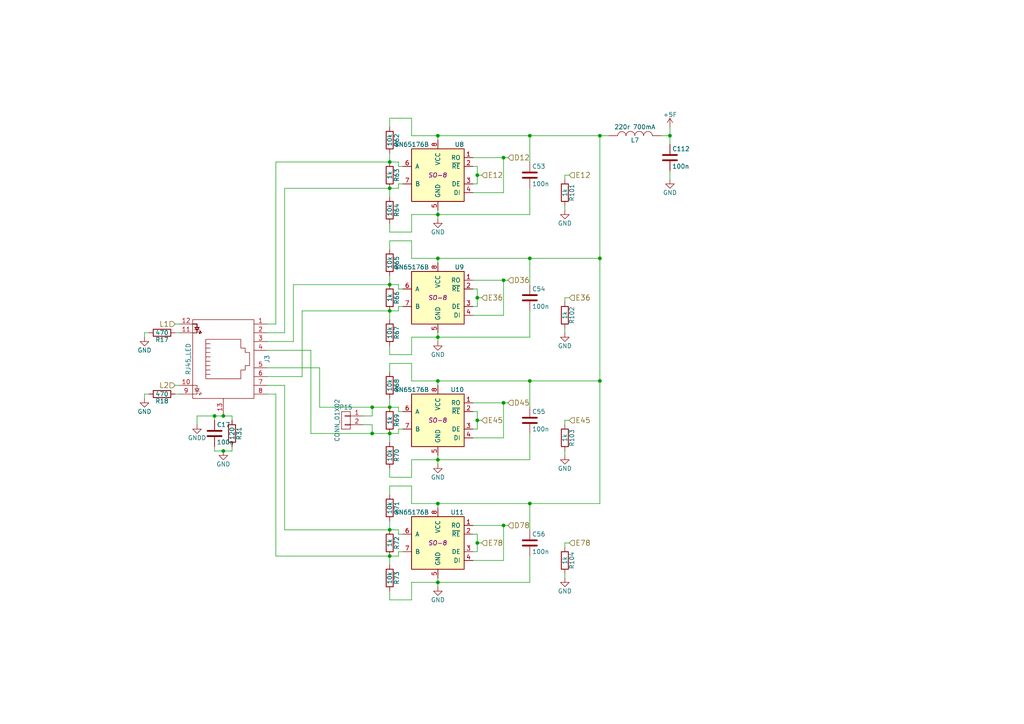
<source format=kicad_sch>
(kicad_sch (version 20231120) (generator "eeschema") (generator_version "8.0")
  (paper "A4")
  (lib_symbols
    (symbol "stmbl:+5F" (power) (pin_names (offset 0))
      (property "Value" "+5F" (at 0 3.556 0))
      (symbol "+5F_0_1"
        (polyline (pts (xy -0.762 1.27) (xy 0 2.54)))
        (polyline (pts (xy 0 0) (xy 0 2.54)))
        (polyline (pts (xy 0 2.54) (xy 0.762 1.27)))
      )
      (symbol "+5F_1_1"
        (pin power_in line (at 0 0 90) (length 0) hide (name "+5F") (number "1"))
      )
    )
    (symbol "stmbl:C" (pin_numbers hide) (pin_names (offset 0.254))
      (property "Reference" "C" (at 0.635 2.54 0))
      (property "Value" "C" (at 0.635 -2.54 0))
      (symbol "C_0_1"
        (polyline (pts (xy -2.032 -0.762) (xy 2.032 -0.762)) (stroke (width 0.508)))
        (polyline (pts (xy -2.032 0.762) (xy 2.032 0.762)) (stroke (width 0.508)))
      )
      (symbol "C_1_1"
        (pin passive line (at 0 3.81 270) (length 2.794) (name "~") (number "1"))
        (pin passive line (at 0 -3.81 90) (length 2.794) (name "~") (number "2"))
      )
    )
    (symbol "stmbl:CONN_01X02" (pin_names (offset 1.016) hide)
      (property "Reference" "P" (at 0 3.81 0))
      (property "Value" "CONN_01X02" (at 2.54 0 90))
      (symbol "CONN_01X02_0_1"
        (rectangle (start -1.27 -1.143) (end 0.254 -1.397))
        (rectangle (start -1.27 1.397) (end 0.254 1.143))
        (rectangle (start -1.27 2.54) (end 1.27 -2.54))
      )
      (symbol "CONN_01X02_1_1"
        (pin passive line (at -5.08 1.27 0) (length 3.81) (name "P1") (number "1"))
        (pin passive line (at -5.08 -1.27 0) (length 3.81) (name "P2") (number "2"))
      )
    )
    (symbol "stmbl:GND" (power) (pin_names (offset 0))
      (property "Value" "GND" (at 0 -3.81 0))
      (symbol "GND_0_1"
        (polyline (pts (xy 0 0) (xy 0 -1.27) (xy 1.27 -1.27) (xy 0 -2.54) (xy -1.27 -1.27) (xy 0 -1.27)))
      )
      (symbol "GND_1_1"
        (pin power_in line (at 0 0 270) (length 0) hide (name "GND") (number "1"))
      )
    )
    (symbol "stmbl:GNDD" (power) (pin_names (offset 0))
      (property "Value" "GNDD" (at 0 -3.81 0))
      (symbol "GNDD_0_1"
        (polyline (pts (xy 0 0) (xy 0 -1.27) (xy 1.27 -1.27) (xy 0 -2.54) (xy -1.27 -1.27) (xy 0 -1.27)))
      )
      (symbol "GNDD_1_1"
        (pin power_in line (at 0 0 270) (length 0) hide (name "GNDD") (number "1"))
      )
    )
    (symbol "stmbl:INDUCTOR" (pin_numbers hide) (pin_names (offset 1.016) hide)
      (property "Reference" "L" (at -1.27 0 90))
      (property "Value" "INDUCTOR" (at 2.54 0 90))
      (symbol "INDUCTOR_0_1"
        (arc (start 0.0254 -5.0546) (mid 1.2449 -3.8097) (end 0.0254 -2.54))
        (arc (start 0.0254 -2.5146) (mid 1.2703 -1.2444) (end 0.0254 0.0508))
        (arc (start 0.0254 0.0254) (mid 1.2703 1.2956) (end 0.0254 2.5908))
        (arc (start 0.0254 2.5654) (mid 1.1941 3.7595) (end 0.0254 4.9784))
      )
      (symbol "INDUCTOR_1_1"
        (pin passive line (at 0 7.62 270) (length 2.54) (name "1") (number "1"))
        (pin passive line (at 0 -7.62 90) (length 2.54) (name "2") (number "2"))
      )
    )
    (symbol "stmbl:R" (pin_numbers hide) (pin_names (offset 0))
      (property "Reference" "R" (at 2.032 0 90))
      (property "Value" "R" (at 0 0 90))
      (symbol "R_0_1"
        (rectangle (start -1.016 -2.54) (end 1.016 2.54) (stroke (width 0.254)))
      )
      (symbol "R_1_1"
        (pin passive line (at 0 3.81 270) (length 1.27) (name "~") (number "1"))
        (pin passive line (at 0 -3.81 90) (length 1.27) (name "~") (number "2"))
      )
    )
    (symbol "stmbl:RJ45_LED" (pin_names (offset 1.016))
      (property "Reference" "J" (at 0 -12.7 0))
      (property "Value" "RJ45_LED" (at 0 10.16 0))
      (symbol "RJ45_LED_0_1"
        (rectangle (start -11.43 -8.89) (end 11.43 8.89))
        (polyline (pts (xy 9.271 8.255) (xy 9.271 6.985)))
        (polyline (pts (xy -10.16 8.89) (xy -10.16 7.62) (xy -9.652 7.62)))
        (polyline (pts (xy -10.16 8.89) (xy -10.16 7.62) (xy -9.652 7.62)))
        (polyline (pts (xy -10.16 8.89) (xy -10.16 7.62) (xy -9.652 7.62)))
        (polyline (pts (xy -10.16 8.89) (xy -10.16 7.62) (xy -9.652 7.62)))
        (polyline (pts (xy -10.16 8.89) (xy -10.16 7.62) (xy -9.652 7.62)))
        (polyline (pts (xy -10.16 8.89) (xy -10.16 7.62) (xy -9.652 7.62)))
        (polyline (pts (xy -10.16 8.89) (xy -10.16 7.62) (xy -9.652 7.62)))
        (polyline (pts (xy -10.16 8.89) (xy -10.16 7.62) (xy -9.652 7.62)))
        (polyline (pts (xy -8.128 6.731) (xy -7.62 6.35) (xy -7.747 6.604)))
        (polyline (pts (xy -8.128 6.731) (xy -7.62 6.35) (xy -7.747 6.604)))
        (polyline (pts (xy -8.128 6.731) (xy -7.62 6.35) (xy -7.747 6.604)))
        (polyline (pts (xy -8.128 6.731) (xy -7.62 6.35) (xy -7.747 6.604)))
        (polyline (pts (xy -8.128 6.731) (xy -7.62 6.35) (xy -7.747 6.604)))
        (polyline (pts (xy -8.128 6.731) (xy -7.62 6.35) (xy -7.747 6.604)))
        (polyline (pts (xy -8.128 6.731) (xy -7.62 6.35) (xy -7.747 6.604)))
        (polyline (pts (xy -8.128 6.731) (xy -7.62 6.35) (xy -7.747 6.604)))
        (polyline (pts (xy -8.128 6.731) (xy -7.62 6.35) (xy -7.747 6.604)))
        (polyline (pts (xy -8.128 6.731) (xy -7.62 6.35) (xy -7.747 6.604)))
        (polyline (pts (xy -8.128 6.731) (xy -7.62 6.35) (xy -7.747 6.604)))
        (polyline (pts (xy -8.128 6.731) (xy -7.62 6.35) (xy -7.747 6.604)))
        (polyline (pts (xy -8.128 6.731) (xy -7.62 6.35) (xy -7.747 6.604)))
        (polyline (pts (xy -8.128 6.731) (xy -7.62 6.35) (xy -7.747 6.604)))
        (polyline (pts (xy -8.128 6.731) (xy -7.62 6.35) (xy -7.747 6.604)))
        (polyline (pts (xy -8.128 6.731) (xy -7.62 6.35) (xy -7.747 6.604)))
        (polyline (pts (xy -7.874 7.112) (xy -7.366 6.731) (xy -7.493 6.985)))
        (polyline (pts (xy -7.874 7.112) (xy -7.366 6.731) (xy -7.493 6.985)))
        (polyline (pts (xy -7.874 7.112) (xy -7.366 6.731) (xy -7.493 6.985)))
        (polyline (pts (xy -7.874 7.112) (xy -7.366 6.731) (xy -7.493 6.985)))
        (polyline (pts (xy -7.874 7.112) (xy -7.366 6.731) (xy -7.493 6.985)))
        (polyline (pts (xy -7.874 7.112) (xy -7.366 6.731) (xy -7.493 6.985)))
        (polyline (pts (xy -7.874 7.112) (xy -7.366 6.731) (xy -7.493 6.985)))
        (polyline (pts (xy -7.874 7.112) (xy -7.366 6.731) (xy -7.493 6.985)))
        (polyline (pts (xy -7.874 7.112) (xy -7.366 6.731) (xy -7.493 6.985)))
        (polyline (pts (xy -7.874 7.112) (xy -7.366 6.731) (xy -7.493 6.985)))
        (polyline (pts (xy -7.874 7.112) (xy -7.366 6.731) (xy -7.493 6.985)))
        (polyline (pts (xy -7.874 7.112) (xy -7.366 6.731) (xy -7.493 6.985)))
        (polyline (pts (xy -7.874 7.112) (xy -7.366 6.731) (xy -7.493 6.985)))
        (polyline (pts (xy -7.874 7.112) (xy -7.366 6.731) (xy -7.493 6.985)))
        (polyline (pts (xy -7.874 7.112) (xy -7.366 6.731) (xy -7.493 6.985)))
        (polyline (pts (xy -7.874 7.112) (xy -7.366 6.731) (xy -7.493 6.985)))
        (polyline (pts (xy -7.62 8.89) (xy -7.62 7.62) (xy -8.128 7.62)))
        (polyline (pts (xy -7.62 8.89) (xy -7.62 7.62) (xy -8.128 7.62)))
        (polyline (pts (xy -7.62 8.89) (xy -7.62 7.62) (xy -8.128 7.62)))
        (polyline (pts (xy -7.62 8.89) (xy -7.62 7.62) (xy -8.128 7.62)))
        (polyline (pts (xy -7.62 8.89) (xy -7.62 7.62) (xy -8.128 7.62)))
        (polyline (pts (xy -7.62 8.89) (xy -7.62 7.62) (xy -8.128 7.62)))
        (polyline (pts (xy -7.62 8.89) (xy -7.62 7.62) (xy -8.128 7.62)))
        (polyline (pts (xy -7.62 8.89) (xy -7.62 7.62) (xy -8.128 7.62)))
        (polyline (pts (xy -4.445 3.81) (xy -4.445 5.08) (xy -4.445 5.08)))
        (polyline (pts (xy -3.175 5.08) (xy -3.175 3.81) (xy -3.175 3.81)))
        (polyline (pts (xy -1.905 5.08) (xy -1.905 3.81) (xy -1.905 3.81)))
        (polyline (pts (xy -0.635 5.08) (xy -0.635 3.81) (xy -0.635 3.81)))
        (polyline (pts (xy 0.635 5.08) (xy 0.635 3.81) (xy 0.635 3.81)))
        (polyline (pts (xy 1.905 5.08) (xy 1.905 3.81) (xy 1.905 3.81)))
        (polyline (pts (xy 3.175 3.81) (xy 3.175 5.08) (xy 3.175 5.08)))
        (polyline (pts (xy 4.445 3.81) (xy 4.445 5.08) (xy 4.445 5.08)))
        (polyline (pts (xy 7.62 8.89) (xy 7.62 7.62) (xy 8.636 7.62)))
        (polyline (pts (xy 9.271 7.62) (xy 10.16 7.62) (xy 10.16 8.89)))
        (polyline (pts (xy 9.652 6.731) (xy 10.16 6.35) (xy 10.033 6.604)))
        (polyline (pts (xy 9.906 7.112) (xy 10.414 6.731) (xy 10.287 6.985)))
        (polyline (pts (xy -8.509 8.255) (xy -8.509 6.985) (xy -8.509 7.62) (xy -7.874 7.62)))
        (polyline (pts (xy -8.509 8.255) (xy -8.509 6.985) (xy -8.509 7.62) (xy -7.874 7.62)))
        (polyline (pts (xy -8.509 8.255) (xy -8.509 6.985) (xy -8.509 7.62) (xy -7.874 7.62)))
        (polyline (pts (xy -8.509 8.255) (xy -8.509 6.985) (xy -8.509 7.62) (xy -7.874 7.62)))
        (polyline (pts (xy -8.509 8.255) (xy -8.509 6.985) (xy -8.509 7.62) (xy -7.874 7.62)))
        (polyline (pts (xy -8.509 8.255) (xy -8.509 6.985) (xy -8.509 7.62) (xy -7.874 7.62)))
        (polyline (pts (xy -8.509 8.255) (xy -8.509 6.985) (xy -8.509 7.62) (xy -7.874 7.62)))
        (polyline (pts (xy -8.509 8.255) (xy -8.509 6.985) (xy -8.509 7.62) (xy -7.874 7.62)))
        (polyline (pts (xy 8.636 7.62) (xy 8.636 8.255) (xy 9.271 7.62) (xy 8.636 6.985) (xy 8.636 7.62)))
        (polyline (pts (xy -9.779 7.62) (xy -9.144 7.62) (xy -9.144 8.255) (xy -8.509 7.62) (xy -9.144 6.985) (xy -9.144 7.62)))
        (polyline (pts (xy -9.779 7.62) (xy -9.144 7.62) (xy -9.144 8.255) (xy -8.509 7.62) (xy -9.144 6.985) (xy -9.144 7.62)))
        (polyline (pts (xy -9.779 7.62) (xy -9.144 7.62) (xy -9.144 8.255) (xy -8.509 7.62) (xy -9.144 6.985) (xy -9.144 7.62)))
        (polyline (pts (xy -9.779 7.62) (xy -9.144 7.62) (xy -9.144 8.255) (xy -8.509 7.62) (xy -9.144 6.985) (xy -9.144 7.62)))
        (polyline (pts (xy -9.779 7.62) (xy -9.144 7.62) (xy -9.144 8.255) (xy -8.509 7.62) (xy -9.144 6.985) (xy -9.144 7.62)))
        (polyline (pts (xy -9.779 7.62) (xy -9.144 7.62) (xy -9.144 8.255) (xy -8.509 7.62) (xy -9.144 6.985) (xy -9.144 7.62)))
        (polyline (pts (xy -9.779 7.62) (xy -9.144 7.62) (xy -9.144 8.255) (xy -8.509 7.62) (xy -9.144 6.985) (xy -9.144 7.62)))
        (polyline (pts (xy -9.779 7.62) (xy -9.144 7.62) (xy -9.144 8.255) (xy -8.509 7.62) (xy -9.144 6.985) (xy -9.144 7.62)))
        (polyline (pts (xy -5.715 5.08) (xy 5.715 5.08) (xy 5.715 -5.08) (xy 3.175 -5.08) (xy 3.175 -6.35) (xy 1.905 -6.35) (xy 1.905 -7.62) (xy -1.905 -7.62) (xy -1.905 -6.35) (xy -3.175 -6.35) (xy -3.175 -5.08) (xy -5.715 -5.08) (xy -5.715 5.08) (xy -5.715 5.08)))
      )
      (symbol "RJ45_LED_1_1"
        (pin passive line (at -10.16 -12.7 90) (length 3.81) (name "~") (number "1"))
        (pin passive line (at 7.62 12.7 270) (length 3.81) (name "~") (number "10"))
        (pin passive line (at -7.62 12.7 270) (length 3.81) (name "~") (number "11"))
        (pin passive line (at -10.16 12.7 270) (length 3.81) (name "~") (number "12"))
        (pin passive line (at 16.51 0 180) (length 5.08) (name "~") (number "13"))
        (pin passive line (at -7.62 -12.7 90) (length 3.81) (name "~") (number "2"))
        (pin passive line (at -5.08 -12.7 90) (length 3.81) (name "~") (number "3"))
        (pin passive line (at -2.54 -12.7 90) (length 3.81) (name "~") (number "4"))
        (pin passive line (at 2.54 -12.7 90) (length 3.81) (name "~") (number "5"))
        (pin passive line (at 5.08 -12.7 90) (length 3.81) (name "~") (number "6"))
        (pin passive line (at 7.62 -12.7 90) (length 3.81) (name "~") (number "7"))
        (pin passive line (at 10.16 -12.7 90) (length 3.81) (name "~") (number "8"))
        (pin passive line (at 10.16 12.7 270) (length 3.81) (name "~") (number "9"))
      )
    )
    (symbol "stmbl:SP3485" (pin_names (offset 1.016))
      (property "Reference" "U" (at -7.62 8.89 0))
      (property "Value" "SP3485" (at 2.54 8.89 0))
      (property "Footprint" "SO-8" (at 0 0 0))
      (symbol "SP3485_0_1"
        (rectangle (start -7.62 7.62) (end 7.62 -7.62) (stroke (width 0.254)) (fill (type background)))
      )
      (symbol "SP3485_1_1"
        (pin output line (at -10.16 5.08 0) (length 2.54) (name "RO") (number "1"))
        (pin input line (at -10.16 2.54 0) (length 2.54) (name "~{RE}") (number "2"))
        (pin input line (at -10.16 -2.54 0) (length 2.54) (name "DE") (number "3"))
        (pin input line (at -10.16 -5.08 0) (length 2.54) (name "DI") (number "4"))
        (pin power_in line (at 0 -10.16 90) (length 2.54) (name "GND") (number "5"))
        (pin bidirectional line (at 10.16 2.54 180) (length 2.54) (name "A") (number "6"))
        (pin bidirectional line (at 10.16 -2.54 180) (length 2.54) (name "B") (number "7"))
        (pin power_in line (at 0 10.16 270) (length 2.54) (name "VCC") (number "8"))
      )
    )
  )
  (junction (at 64.77 130.81))
  (junction (at 127 62.23))
  (junction (at 107.95 118.11))
  (junction (at 113.03 90.17))
  (junction (at 107.95 125.73))
  (junction (at 113.03 82.55))
  (junction (at 113.03 118.11))
  (junction (at 113.03 153.67))
  (junction (at 173.99 39.37))
  (junction (at 127 133.35))
  (junction (at 173.99 74.93))
  (junction (at 153.67 39.37))
  (junction (at 138.43 157.48))
  (junction (at 194.31 39.37))
  (junction (at 146.05 116.84))
  (junction (at 146.05 45.72))
  (junction (at 127 146.05))
  (junction (at 138.43 86.36))
  (junction (at 173.99 110.49))
  (junction (at 127 97.79))
  (junction (at 153.67 146.05))
  (junction (at 146.05 81.28))
  (junction (at 127 110.49))
  (junction (at 138.43 121.92))
  (junction (at 113.03 46.99))
  (junction (at 127 168.91))
  (junction (at 127 74.93))
  (junction (at 62.23 120.65))
  (junction (at 153.67 74.93))
  (junction (at 146.05 152.4))
  (junction (at 113.03 54.61))
  (junction (at 113.03 125.73))
  (junction (at 153.67 110.49))
  (junction (at 127 39.37))
  (junction (at 113.03 161.29))
  (junction (at 138.43 50.8))
  (junction (at 64.77 120.65))
  (wire (pts (xy 163.83 50.8) (xy 163.83 52.07)))
  (wire (pts (xy 165.1 50.8) (xy 163.83 50.8)))
  (wire (pts (xy 80.01 114.3) (xy 77.47 114.3)))
  (wire (pts (xy 127 76.2) (xy 127 74.93)))
  (wire (pts (xy 113.03 64.77) (xy 113.03 67.31)))
  (wire (pts (xy 92.71 106.68) (xy 92.71 118.11)))
  (wire (pts (xy 113.03 100.33) (xy 113.03 102.87)))
  (wire (pts (xy 116.84 119.38) (xy 115.57 119.38)))
  (wire (pts (xy 146.05 45.72) (xy 146.05 55.88)))
  (wire (pts (xy 146.05 162.56) (xy 146.05 152.4)))
  (wire (pts (xy 119.38 138.43) (xy 119.38 133.35)))
  (wire (pts (xy 116.84 83.82) (xy 115.57 83.82)))
  (wire (pts (xy 105.41 123.19) (xy 107.95 123.19)))
  (wire (pts (xy 113.03 128.27) (xy 113.03 125.73)))
  (wire (pts (xy 153.67 110.49) (xy 153.67 118.11)))
  (wire (pts (xy 113.03 171.45) (xy 113.03 173.99)))
  (wire (pts (xy 115.57 153.67) (xy 113.03 153.67)))
  (wire (pts (xy 113.03 118.11) (xy 113.03 115.57)))
  (wire (pts (xy 119.38 146.05) (xy 119.38 140.97)))
  (wire (pts (xy 116.84 53.34) (xy 115.57 53.34)))
  (wire (pts (xy 113.03 107.95) (xy 113.03 105.41)))
  (wire (pts (xy 115.57 54.61) (xy 113.03 54.61)))
  (wire (pts (xy 115.57 160.02) (xy 115.57 161.29)))
  (wire (pts (xy 113.03 46.99) (xy 80.01 46.99)))
  (wire (pts (xy 57.15 123.19) (xy 57.15 120.65)))
  (wire (pts (xy 127 62.23) (xy 153.67 62.23)))
  (wire (pts (xy 50.8 93.98) (xy 52.07 93.98)))
  (wire (pts (xy 146.05 81.28) (xy 147.32 81.28)))
  (wire (pts (xy 113.03 67.31) (xy 119.38 67.31)))
  (wire (pts (xy 116.84 154.94) (xy 115.57 154.94)))
  (wire (pts (xy 115.57 46.99) (xy 113.03 46.99)))
  (wire (pts (xy 153.67 133.35) (xy 153.67 125.73)))
  (wire (pts (xy 115.57 124.46) (xy 115.57 125.73)))
  (wire (pts (xy 138.43 83.82) (xy 138.43 86.36)))
  (wire (pts (xy 127 133.35) (xy 153.67 133.35)))
  (wire (pts (xy 127 168.91) (xy 153.67 168.91)))
  (wire (pts (xy 173.99 39.37) (xy 176.53 39.37)))
  (wire (pts (xy 119.38 34.29) (xy 119.38 39.37)))
  (wire (pts (xy 116.84 160.02) (xy 115.57 160.02)))
  (wire (pts (xy 85.09 99.06) (xy 77.47 99.06)))
  (wire (pts (xy 153.67 110.49) (xy 127 110.49)))
  (wire (pts (xy 163.83 86.36) (xy 163.83 87.63)))
  (wire (pts (xy 153.67 62.23) (xy 153.67 54.61)))
  (wire (pts (xy 137.16 45.72) (xy 146.05 45.72)))
  (wire (pts (xy 137.16 83.82) (xy 138.43 83.82)))
  (wire (pts (xy 137.16 119.38) (xy 138.43 119.38)))
  (wire (pts (xy 173.99 74.93) (xy 173.99 110.49)))
  (wire (pts (xy 41.91 96.52) (xy 43.18 96.52)))
  (wire (pts (xy 119.38 74.93) (xy 127 74.93)))
  (wire (pts (xy 138.43 157.48) (xy 138.43 160.02)))
  (wire (pts (xy 138.43 119.38) (xy 138.43 121.92)))
  (wire (pts (xy 146.05 162.56) (xy 137.16 162.56)))
  (wire (pts (xy 191.77 39.37) (xy 194.31 39.37)))
  (wire (pts (xy 138.43 124.46) (xy 137.16 124.46)))
  (wire (pts (xy 153.67 146.05) (xy 127 146.05)))
  (wire (pts (xy 153.67 74.93) (xy 153.67 82.55)))
  (wire (pts (xy 77.47 106.68) (xy 92.71 106.68)))
  (wire (pts (xy 153.67 146.05) (xy 153.67 153.67)))
  (wire (pts (xy 115.57 161.29) (xy 113.03 161.29)))
  (wire (pts (xy 146.05 127) (xy 137.16 127)))
  (wire (pts (xy 113.03 57.15) (xy 113.03 54.61)))
  (wire (pts (xy 82.55 54.61) (xy 82.55 96.52)))
  (wire (pts (xy 163.83 59.69) (xy 163.83 60.96)))
  (wire (pts (xy 115.57 154.94) (xy 115.57 153.67)))
  (wire (pts (xy 113.03 125.73) (xy 107.95 125.73)))
  (wire (pts (xy 115.57 125.73) (xy 113.03 125.73)))
  (wire (pts (xy 113.03 163.83) (xy 113.03 161.29)))
  (wire (pts (xy 57.15 120.65) (xy 62.23 120.65)))
  (wire (pts (xy 153.67 168.91) (xy 153.67 161.29)))
  (wire (pts (xy 138.43 53.34) (xy 137.16 53.34)))
  (wire (pts (xy 115.57 88.9) (xy 115.57 90.17)))
  (wire (pts (xy 137.16 48.26) (xy 138.43 48.26)))
  (wire (pts (xy 113.03 82.55) (xy 113.03 80.01)))
  (wire (pts (xy 67.31 120.65) (xy 67.31 121.92)))
  (wire (pts (xy 138.43 121.92) (xy 139.7 121.92)))
  (wire (pts (xy 127 96.52) (xy 127 97.79)))
  (wire (pts (xy 127 110.49) (xy 119.38 110.49)))
  (wire (pts (xy 113.03 54.61) (xy 82.55 54.61)))
  (wire (pts (xy 113.03 151.13) (xy 113.03 153.67)))
  (wire (pts (xy 137.16 152.4) (xy 146.05 152.4)))
  (wire (pts (xy 153.67 39.37) (xy 153.67 46.99)))
  (wire (pts (xy 107.95 118.11) (xy 92.71 118.11)))
  (wire (pts (xy 138.43 157.48) (xy 139.7 157.48)))
  (wire (pts (xy 113.03 161.29) (xy 80.01 161.29)))
  (wire (pts (xy 163.83 121.92) (xy 163.83 123.19)))
  (wire (pts (xy 62.23 130.81) (xy 64.77 130.81)))
  (wire (pts (xy 113.03 105.41) (xy 119.38 105.41)))
  (wire (pts (xy 50.8 96.52) (xy 52.07 96.52)))
  (wire (pts (xy 113.03 92.71) (xy 113.03 90.17)))
  (wire (pts (xy 119.38 69.85) (xy 119.38 74.93)))
  (wire (pts (xy 113.03 118.11) (xy 107.95 118.11)))
  (wire (pts (xy 62.23 121.92) (xy 62.23 120.65)))
  (wire (pts (xy 119.38 168.91) (xy 127 168.91)))
  (wire (pts (xy 153.67 74.93) (xy 173.99 74.93)))
  (wire (pts (xy 146.05 45.72) (xy 147.32 45.72)))
  (wire (pts (xy 127 111.76) (xy 127 110.49)))
  (wire (pts (xy 116.84 88.9) (xy 115.57 88.9)))
  (wire (pts (xy 115.57 119.38) (xy 115.57 118.11)))
  (wire (pts (xy 119.38 105.41) (xy 119.38 110.49)))
  (wire (pts (xy 127 167.64) (xy 127 168.91)))
  (wire (pts (xy 115.57 48.26) (xy 115.57 46.99)))
  (wire (pts (xy 113.03 36.83) (xy 113.03 34.29)))
  (wire (pts (xy 138.43 50.8) (xy 139.7 50.8)))
  (wire (pts (xy 107.95 123.19) (xy 107.95 125.73)))
  (wire (pts (xy 127 60.96) (xy 127 62.23)))
  (wire (pts (xy 173.99 110.49) (xy 173.99 146.05)))
  (wire (pts (xy 113.03 90.17) (xy 87.63 90.17)))
  (wire (pts (xy 77.47 109.22) (xy 87.63 109.22)))
  (wire (pts (xy 64.77 120.65) (xy 67.31 120.65)))
  (wire (pts (xy 165.1 157.48) (xy 163.83 157.48)))
  (wire (pts (xy 113.03 34.29) (xy 119.38 34.29)))
  (wire (pts (xy 173.99 39.37) (xy 173.99 74.93)))
  (wire (pts (xy 138.43 160.02) (xy 137.16 160.02)))
  (wire (pts (xy 138.43 48.26) (xy 138.43 50.8)))
  (wire (pts (xy 163.83 130.81) (xy 163.83 132.08)))
  (wire (pts (xy 194.31 49.53) (xy 194.31 52.07)))
  (wire (pts (xy 41.91 115.57) (xy 41.91 114.3)))
  (wire (pts (xy 127 39.37) (xy 153.67 39.37)))
  (wire (pts (xy 113.03 135.89) (xy 113.03 138.43)))
  (wire (pts (xy 113.03 173.99) (xy 119.38 173.99)))
  (wire (pts (xy 153.67 39.37) (xy 173.99 39.37)))
  (wire (pts (xy 163.83 166.37) (xy 163.83 167.64)))
  (wire (pts (xy 127 147.32) (xy 127 146.05)))
  (wire (pts (xy 119.38 67.31) (xy 119.38 62.23)))
  (wire (pts (xy 67.31 130.81) (xy 67.31 129.54)))
  (wire (pts (xy 127 62.23) (xy 127 63.5)))
  (wire (pts (xy 119.38 173.99) (xy 119.38 168.91)))
  (wire (pts (xy 146.05 91.44) (xy 137.16 91.44)))
  (wire (pts (xy 62.23 130.81) (xy 62.23 129.54)))
  (wire (pts (xy 87.63 109.22) (xy 87.63 90.17)))
  (wire (pts (xy 113.03 69.85) (xy 119.38 69.85)))
  (wire (pts (xy 52.07 111.76) (xy 50.8 111.76)))
  (wire (pts (xy 80.01 93.98) (xy 80.01 46.99)))
  (wire (pts (xy 115.57 82.55) (xy 113.03 82.55)))
  (wire (pts (xy 105.41 120.65) (xy 107.95 120.65)))
  (wire (pts (xy 137.16 154.94) (xy 138.43 154.94)))
  (wire (pts (xy 85.09 82.55) (xy 85.09 99.06)))
  (wire (pts (xy 127 39.37) (xy 127 40.64)))
  (wire (pts (xy 113.03 46.99) (xy 113.03 44.45)))
  (wire (pts (xy 115.57 83.82) (xy 115.57 82.55)))
  (wire (pts (xy 127 74.93) (xy 153.67 74.93)))
  (wire (pts (xy 113.03 102.87) (xy 119.38 102.87)))
  (wire (pts (xy 119.38 133.35) (xy 127 133.35)))
  (wire (pts (xy 119.38 97.79) (xy 127 97.79)))
  (wire (pts (xy 90.17 125.73) (xy 90.17 101.6)))
  (wire (pts (xy 64.77 130.81) (xy 67.31 130.81)))
  (wire (pts (xy 50.8 114.3) (xy 52.07 114.3)))
  (wire (pts (xy 113.03 143.51) (xy 113.03 140.97)))
  (wire (pts (xy 113.03 82.55) (xy 85.09 82.55)))
  (wire (pts (xy 119.38 39.37) (xy 127 39.37)))
  (wire (pts (xy 41.91 97.79) (xy 41.91 96.52)))
  (wire (pts (xy 113.03 138.43) (xy 119.38 138.43)))
  (wire (pts (xy 113.03 153.67) (xy 82.55 153.67)))
  (wire (pts (xy 82.55 96.52) (xy 77.47 96.52)))
  (wire (pts (xy 115.57 90.17) (xy 113.03 90.17)))
  (wire (pts (xy 165.1 121.92) (xy 163.83 121.92)))
  (wire (pts (xy 173.99 110.49) (xy 153.67 110.49)))
  (wire (pts (xy 113.03 72.39) (xy 113.03 69.85)))
  (wire (pts (xy 119.38 102.87) (xy 119.38 97.79)))
  (wire (pts (xy 138.43 88.9) (xy 137.16 88.9)))
  (wire (pts (xy 41.91 114.3) (xy 43.18 114.3)))
  (wire (pts (xy 127 97.79) (xy 127 99.06)))
  (wire (pts (xy 127 168.91) (xy 127 170.18)))
  (wire (pts (xy 127 97.79) (xy 153.67 97.79)))
  (wire (pts (xy 146.05 152.4) (xy 147.32 152.4)))
  (wire (pts (xy 146.05 116.84) (xy 147.32 116.84)))
  (wire (pts (xy 62.23 120.65) (xy 64.77 120.65)))
  (wire (pts (xy 82.55 111.76) (xy 82.55 153.67)))
  (wire (pts (xy 115.57 53.34) (xy 115.57 54.61)))
  (wire (pts (xy 127 146.05) (xy 119.38 146.05)))
  (wire (pts (xy 146.05 127) (xy 146.05 116.84)))
  (wire (pts (xy 146.05 55.88) (xy 137.16 55.88)))
  (wire (pts (xy 153.67 97.79) (xy 153.67 90.17)))
  (wire (pts (xy 80.01 161.29) (xy 80.01 114.3)))
  (wire (pts (xy 116.84 124.46) (xy 115.57 124.46)))
  (wire (pts (xy 163.83 157.48) (xy 163.83 158.75)))
  (wire (pts (xy 116.84 48.26) (xy 115.57 48.26)))
  (wire (pts (xy 163.83 95.25) (xy 163.83 96.52)))
  (wire (pts (xy 146.05 91.44) (xy 146.05 81.28)))
  (wire (pts (xy 77.47 111.76) (xy 82.55 111.76)))
  (wire (pts (xy 138.43 121.92) (xy 138.43 124.46)))
  (wire (pts (xy 173.99 146.05) (xy 153.67 146.05)))
  (wire (pts (xy 137.16 81.28) (xy 146.05 81.28)))
  (wire (pts (xy 194.31 36.83) (xy 194.31 39.37)))
  (wire (pts (xy 107.95 120.65) (xy 107.95 118.11)))
  (wire (pts (xy 138.43 50.8) (xy 138.43 53.34)))
  (wire (pts (xy 194.31 39.37) (xy 194.31 41.91)))
  (wire (pts (xy 127 133.35) (xy 127 134.62)))
  (wire (pts (xy 90.17 101.6) (xy 77.47 101.6)))
  (wire (pts (xy 77.47 93.98) (xy 80.01 93.98)))
  (wire (pts (xy 107.95 125.73) (xy 90.17 125.73)))
  (wire (pts (xy 119.38 62.23) (xy 127 62.23)))
  (wire (pts (xy 138.43 86.36) (xy 139.7 86.36)))
  (wire (pts (xy 165.1 86.36) (xy 163.83 86.36)))
  (wire (pts (xy 115.57 118.11) (xy 113.03 118.11)))
  (wire (pts (xy 138.43 86.36) (xy 138.43 88.9)))
  (wire (pts (xy 113.03 140.97) (xy 119.38 140.97)))
  (wire (pts (xy 138.43 154.94) (xy 138.43 157.48)))
  (wire (pts (xy 127 132.08) (xy 127 133.35)))
  (wire (pts (xy 137.16 116.84) (xy 146.05 116.84)))
  (hierarchical_label "E12" (shape input) (at 165.1 50.8 0) (effects (font (size 1.524 1.524))))
  (hierarchical_label "E12" (shape input) (at 139.7 50.8 0) (effects (font (size 1.524 1.524))))
  (hierarchical_label "D36" (shape input) (at 147.32 81.28 0) (effects (font (size 1.524 1.524))))
  (hierarchical_label "E45" (shape input) (at 139.7 121.92 0) (effects (font (size 1.524 1.524))))
  (hierarchical_label "E78" (shape input) (at 139.7 157.48 0) (effects (font (size 1.524 1.524))))
  (hierarchical_label "L2" (shape input) (at 50.8 111.76 180) (effects (font (size 1.524 1.524))))
  (hierarchical_label "D45" (shape input) (at 147.32 116.84 0) (effects (font (size 1.524 1.524))))
  (hierarchical_label "E36" (shape input) (at 139.7 86.36 0) (effects (font (size 1.524 1.524))))
  (hierarchical_label "E78" (shape input) (at 165.1 157.48 0) (effects (font (size 1.524 1.524))))
  (hierarchical_label "D78" (shape input) (at 147.32 152.4 0) (effects (font (size 1.524 1.524))))
  (hierarchical_label "E36" (shape input) (at 165.1 86.36 0) (effects (font (size 1.524 1.524))))
  (hierarchical_label "L1" (shape input) (at 50.8 93.98 180) (effects (font (size 1.524 1.524))))
  (hierarchical_label "E45" (shape input) (at 165.1 121.92 0) (effects (font (size 1.524 1.524))))
  (hierarchical_label "D12" (shape input) (at 147.32 45.72 0) (effects (font (size 1.524 1.524))))
  (symbol (lib_id "stmbl:SP3485") (at 127 50.8 0) (mirror y) (unit 1)
    (property "Reference" "U8" (at 134.62 41.91 0) (effects (justify left)))
    (property "Value" "SN65176B" (at 124.46 41.91 0) (effects (justify left)))
    (property "Footprint" "SO-8" (at 127 50.8 0) (effects (font (italic yes))))
    (property "Manufacturer No" "SN65176B" (effects (hide yes)))
    (property "Manufacturer" "Texas Instruments" (effects (hide yes)))
  )
  (symbol (lib_id "stmbl:RJ45_LED") (at 64.77 104.14 90) (mirror x) (unit 1)
    (property "Reference" "J3" (at 77.47 104.14 0))
    (property "Value" "RJ45_LED" (at 54.61 104.14 0))
    (property "Footprint" "stmbl:RJ45_LED" (effects (hide yes)))
    (property "Manufacturer No" "AJT34L8813-011" (effects (hide yes)))
    (property "Source" "https://de.aliexpress.com/item/Free-shipping-50pcs-lot-RJ45-connector-RJ45-socket-with-indicators-Ethernet/539701403.html" (effects (hide yes)))
    (property "Manufacturer" "METZ CONNECT" (effects (hide yes)))
  )
  (symbol (lib_id "stmbl:R") (at 113.03 50.8 0) (unit 1)
    (property "Reference" "R63" (at 115.062 50.8 90))
    (property "Value" "1k" (at 113.03 50.8 90))
    (property "Footprint" "stmbl:R_0603" (effects (hide yes)))
    (property "Tolerance" "1%" (effects (hide yes)))
  )
  (symbol (lib_id "stmbl:C") (at 153.67 50.8 0) (unit 1)
    (property "Reference" "C53" (at 154.305 48.26 0) (effects (justify left)))
    (property "Value" "100n" (at 154.305 53.34 0) (effects (justify left)))
    (property "Footprint" "stmbl:C_0603" (effects (hide yes)))
    (property "Tolerance" "X5R" (effects (hide yes)))
    (property "Voltage" "50V" (effects (hide yes)))
  )
  (symbol (lib_id "stmbl:GND") (at 127 63.5 0) (unit 1)
    (property "Reference" "#PWR091" (effects (hide yes)))
    (property "Value" "GND" (at 127 67.31 0))
  )
  (symbol (lib_id "stmbl:SP3485") (at 127 86.36 0) (mirror y) (unit 1)
    (property "Reference" "U9" (at 134.62 77.47 0) (effects (justify left)))
    (property "Value" "SN65176B" (at 124.46 77.47 0) (effects (justify left)))
    (property "Footprint" "SO-8" (at 127 86.36 0) (effects (font (italic yes))))
    (property "Manufacturer No" "SN65176B" (effects (hide yes)))
    (property "Manufacturer" "Texas Instruments" (effects (hide yes)))
  )
  (symbol (lib_id "stmbl:R") (at 113.03 86.36 0) (unit 1)
    (property "Reference" "R66" (at 115.062 86.36 90))
    (property "Value" "1k" (at 113.03 86.36 90))
    (property "Footprint" "stmbl:R_0603" (effects (hide yes)))
    (property "Tolerance" "1%" (effects (hide yes)))
  )
  (symbol (lib_id "stmbl:C") (at 153.67 86.36 0) (unit 1)
    (property "Reference" "C54" (at 154.305 83.82 0) (effects (justify left)))
    (property "Value" "100n" (at 154.305 88.9 0) (effects (justify left)))
    (property "Footprint" "stmbl:C_0603" (effects (hide yes)))
    (property "Tolerance" "X5R" (effects (hide yes)))
    (property "Voltage" "50V" (effects (hide yes)))
  )
  (symbol (lib_id "stmbl:GND") (at 127 99.06 0) (unit 1)
    (property "Reference" "#PWR092" (effects (hide yes)))
    (property "Value" "GND" (at 127 102.87 0))
  )
  (symbol (lib_id "stmbl:SP3485") (at 127 121.92 0) (mirror y) (unit 1)
    (property "Reference" "U10" (at 134.62 113.03 0) (effects (justify left)))
    (property "Value" "SN65176B" (at 124.46 113.03 0) (effects (justify left)))
    (property "Footprint" "SO-8" (at 127 121.92 0) (effects (font (italic yes))))
    (property "Manufacturer No" "SN65176B" (effects (hide yes)))
    (property "Manufacturer" "Texas Instruments" (effects (hide yes)))
  )
  (symbol (lib_id "stmbl:R") (at 113.03 121.92 0) (unit 1)
    (property "Reference" "R69" (at 115.062 121.92 90))
    (property "Value" "1k" (at 113.03 121.92 90))
    (property "Footprint" "stmbl:R_0603" (effects (hide yes)))
    (property "Tolerance" "1%" (effects (hide yes)))
  )
  (symbol (lib_id "stmbl:C") (at 153.67 121.92 0) (unit 1)
    (property "Reference" "C55" (at 154.305 119.38 0) (effects (justify left)))
    (property "Value" "100n" (at 154.305 124.46 0) (effects (justify left)))
    (property "Footprint" "stmbl:C_0603" (effects (hide yes)))
    (property "Tolerance" "X5R" (effects (hide yes)))
    (property "Voltage" "50V" (effects (hide yes)))
  )
  (symbol (lib_id "stmbl:GND") (at 127 134.62 0) (unit 1)
    (property "Reference" "#PWR093" (effects (hide yes)))
    (property "Value" "GND" (at 127 138.43 0))
  )
  (symbol (lib_id "stmbl:SP3485") (at 127 157.48 0) (mirror y) (unit 1)
    (property "Reference" "U11" (at 134.62 148.59 0) (effects (justify left)))
    (property "Value" "SN65176B" (at 124.46 148.59 0) (effects (justify left)))
    (property "Footprint" "SO-8" (at 127 157.48 0) (effects (font (italic yes))))
    (property "Manufacturer No" "SN65176B" (effects (hide yes)))
    (property "Manufacturer" "Texas Instruments" (effects (hide yes)))
  )
  (symbol (lib_id "stmbl:R") (at 113.03 157.48 0) (unit 1)
    (property "Reference" "R72" (at 115.062 157.48 90))
    (property "Value" "1k" (at 113.03 157.48 90))
    (property "Footprint" "stmbl:R_0603" (effects (hide yes)))
    (property "Tolerance" "1%" (effects (hide yes)))
  )
  (symbol (lib_id "stmbl:C") (at 153.67 157.48 0) (unit 1)
    (property "Reference" "C56" (at 154.305 154.94 0) (effects (justify left)))
    (property "Value" "100n" (at 154.305 160.02 0) (effects (justify left)))
    (property "Footprint" "stmbl:C_0603" (effects (hide yes)))
    (property "Tolerance" "X5R" (effects (hide yes)))
    (property "Voltage" "50V" (effects (hide yes)))
  )
  (symbol (lib_id "stmbl:GND") (at 127 170.18 0) (unit 1)
    (property "Reference" "#PWR094" (effects (hide yes)))
    (property "Value" "GND" (at 127 173.99 0))
  )
  (symbol (lib_id "stmbl:R") (at 67.31 125.73 0) (unit 1)
    (property "Reference" "R31" (at 69.342 125.73 90))
    (property "Value" "120" (at 67.31 125.73 90))
    (property "Footprint" "stmbl:R_0603" (effects (hide yes)))
    (property "Tolerance" "1%" (effects (hide yes)))
  )
  (symbol (lib_id "stmbl:C") (at 62.23 125.73 0) (unit 1)
    (property "Reference" "C17" (at 62.865 123.19 0) (effects (justify left)))
    (property "Value" "100n" (at 62.865 128.27 0) (effects (justify left)))
    (property "Footprint" "stmbl:C_0603" (effects (hide yes)))
    (property "Tolerance" "X5R" (effects (hide yes)))
    (property "Voltage" "50V" (effects (hide yes)))
  )
  (symbol (lib_id "stmbl:GND") (at 64.77 130.81 0) (unit 1)
    (property "Reference" "#PWR095" (effects (hide yes)))
    (property "Value" "GND" (at 64.77 134.62 0))
  )
  (symbol (lib_id "stmbl:GND") (at 41.91 115.57 0) (unit 1)
    (property "Reference" "#PWR096" (effects (hide yes)))
    (property "Value" "GND" (at 41.91 119.38 0))
  )
  (symbol (lib_id "stmbl:GND") (at 41.91 97.79 0) (unit 1)
    (property "Reference" "#PWR097" (effects (hide yes)))
    (property "Value" "GND" (at 41.91 101.6 0))
  )
  (symbol (lib_id "stmbl:R") (at 46.99 96.52 270) (unit 1)
    (property "Reference" "R17" (at 46.99 98.552 90))
    (property "Value" "470" (at 46.99 96.52 90))
    (property "Footprint" "stmbl:R_0603" (effects (hide yes)))
    (property "Tolerance" "1%" (effects (hide yes)))
  )
  (symbol (lib_id "stmbl:R") (at 46.99 114.3 270) (unit 1)
    (property "Reference" "R18" (at 46.99 116.332 90))
    (property "Value" "470" (at 46.99 114.3 90))
    (property "Footprint" "stmbl:R_0603" (effects (hide yes)))
    (property "Tolerance" "1%" (effects (hide yes)))
  )
  (symbol (lib_id "stmbl:R") (at 113.03 40.64 0) (unit 1)
    (property "Reference" "R62" (at 115.062 40.64 90))
    (property "Value" "10k" (at 113.03 40.64 90))
    (property "Footprint" "stmbl:R_0603" (effects (hide yes)))
    (property "Tolerance" "1%" (effects (hide yes)))
  )
  (symbol (lib_id "stmbl:R") (at 113.03 60.96 0) (unit 1)
    (property "Reference" "R64" (at 115.062 60.96 90))
    (property "Value" "10k" (at 113.03 60.96 90))
    (property "Footprint" "stmbl:R_0603" (effects (hide yes)))
    (property "Tolerance" "1%" (effects (hide yes)))
  )
  (symbol (lib_id "stmbl:R") (at 113.03 76.2 0) (unit 1)
    (property "Reference" "R65" (at 115.062 76.2 90))
    (property "Value" "10k" (at 113.03 76.2 90))
    (property "Footprint" "stmbl:R_0603" (effects (hide yes)))
    (property "Tolerance" "1%" (effects (hide yes)))
  )
  (symbol (lib_id "stmbl:R") (at 113.03 96.52 0) (unit 1)
    (property "Reference" "R67" (at 115.062 96.52 90))
    (property "Value" "10k" (at 113.03 96.52 90))
    (property "Footprint" "stmbl:R_0603" (effects (hide yes)))
    (property "Tolerance" "1%" (effects (hide yes)))
  )
  (symbol (lib_id "stmbl:R") (at 113.03 111.76 0) (unit 1)
    (property "Reference" "R68" (at 115.062 111.76 90))
    (property "Value" "10k" (at 113.03 111.76 90))
    (property "Footprint" "stmbl:R_0603" (effects (hide yes)))
    (property "Tolerance" "1%" (effects (hide yes)))
  )
  (symbol (lib_id "stmbl:R") (at 113.03 132.08 0) (unit 1)
    (property "Reference" "R70" (at 115.062 132.08 90))
    (property "Value" "10k" (at 113.03 132.08 90))
    (property "Footprint" "stmbl:R_0603" (effects (hide yes)))
    (property "Tolerance" "1%" (effects (hide yes)))
  )
  (symbol (lib_id "stmbl:R") (at 113.03 147.32 0) (unit 1)
    (property "Reference" "R71" (at 115.062 147.32 90))
    (property "Value" "10k" (at 113.03 147.32 90))
    (property "Footprint" "stmbl:R_0603" (effects (hide yes)))
    (property "Tolerance" "1%" (effects (hide yes)))
  )
  (symbol (lib_id "stmbl:R") (at 113.03 167.64 0) (unit 1)
    (property "Reference" "R73" (at 115.062 167.64 90))
    (property "Value" "10k" (at 113.03 167.64 90))
    (property "Footprint" "stmbl:R_0603" (effects (hide yes)))
    (property "Tolerance" "1%" (effects (hide yes)))
  )
  (symbol (lib_id "stmbl:R") (at 163.83 55.88 0) (unit 1)
    (property "Reference" "R101" (at 165.862 55.88 90))
    (property "Value" "1k" (at 163.83 55.88 90))
    (property "Footprint" "stmbl:R_0603" (effects (hide yes)))
    (property "Tolerance" "1%" (effects (hide yes)))
  )
  (symbol (lib_id "stmbl:GND") (at 163.83 60.96 0) (unit 1)
    (property "Reference" "#PWR098" (effects (hide yes)))
    (property "Value" "GND" (at 163.83 64.77 0))
  )
  (symbol (lib_id "stmbl:R") (at 163.83 91.44 0) (unit 1)
    (property "Reference" "R102" (at 165.862 91.44 90))
    (property "Value" "1k" (at 163.83 91.44 90))
    (property "Footprint" "stmbl:R_0603" (effects (hide yes)))
    (property "Tolerance" "1%" (effects (hide yes)))
  )
  (symbol (lib_id "stmbl:GND") (at 163.83 96.52 0) (unit 1)
    (property "Reference" "#PWR099" (effects (hide yes)))
    (property "Value" "GND" (at 163.83 100.33 0))
  )
  (symbol (lib_id "stmbl:R") (at 163.83 127 0) (unit 1)
    (property "Reference" "R103" (at 165.862 127 90))
    (property "Value" "1k" (at 163.83 127 90))
    (property "Footprint" "stmbl:R_0603" (effects (hide yes)))
    (property "Tolerance" "1%" (effects (hide yes)))
  )
  (symbol (lib_id "stmbl:GND") (at 163.83 132.08 0) (unit 1)
    (property "Reference" "#PWR0100" (effects (hide yes)))
    (property "Value" "GND" (at 163.83 135.89 0))
  )
  (symbol (lib_id "stmbl:R") (at 163.83 162.56 0) (unit 1)
    (property "Reference" "R104" (at 165.862 162.56 90))
    (property "Value" "1k" (at 163.83 162.56 90))
    (property "Footprint" "stmbl:R_0603" (effects (hide yes)))
    (property "Tolerance" "1%" (effects (hide yes)))
  )
  (symbol (lib_id "stmbl:GND") (at 163.83 167.64 0) (unit 1)
    (property "Reference" "#PWR0101" (effects (hide yes)))
    (property "Value" "GND" (at 163.83 171.45 0))
  )
  (symbol (lib_id "stmbl:INDUCTOR") (at 184.15 39.37 90) (unit 1)
    (property "Reference" "L7" (at 184.15 40.64 90))
    (property "Value" "220r 700mA" (at 184.15 36.83 90))
    (property "Footprint" "stmbl:R_0603" (effects (hide yes)))
    (property "Manufacturer No" "BLM18AG221SN1" (effects (hide yes)))
    (property "Source" "https://de.aliexpress.com/item/500-PCS-LOT-patch-magnetic-bead-FB-BLM18AG221SN1-0603-220-r-0-5-A-magnetic-beads/32675343247.html" (effects (hide yes)))
    (property "Manufacturer" "Murata" (effects (hide yes)))
  )
  (symbol (lib_id "stmbl:C") (at 194.31 45.72 0) (unit 1)
    (property "Reference" "C112" (at 194.945 43.18 0) (effects (justify left)))
    (property "Value" "100n" (at 194.945 48.26 0) (effects (justify left)))
    (property "Footprint" "stmbl:C_0603" (effects (hide yes)))
    (property "Tolerance" "X5R" (effects (hide yes)))
    (property "Voltage" "50V" (effects (hide yes)))
  )
  (symbol (lib_id "stmbl:GND") (at 194.31 52.07 0) (unit 1)
    (property "Reference" "#PWR0102" (effects (hide yes)))
    (property "Value" "GND" (at 194.31 55.88 0))
  )
  (symbol (lib_id "stmbl:CONN_01X02") (at 100.33 121.92 0) (mirror y) (unit 1)
    (property "Reference" "P15" (at 100.33 118.11 0))
    (property "Value" "CONN_01X02" (at 97.79 121.92 90))
    (property "Footprint" "stmbl:RM3.5_1x2" (effects (hide yes)))
    (property "Manufacturer No" "1844210" (effects (hide yes)))
    (property "Manufacturer" "Phoenix" (effects (hide yes)))
  )
  (symbol (lib_id "stmbl:+5F") (at 194.31 36.83 0) (unit 1)
    (property "Reference" "#PWR0103" (effects (hide yes)))
    (property "Value" "+5F" (at 194.31 33.274 0))
  )
  (symbol (lib_id "stmbl:GNDD") (at 57.15 123.19 0) (unit 1)
    (property "Reference" "#PWR0104" (effects (hide yes)))
    (property "Value" "GNDD" (at 57.15 127 0))
  )
)
</source>
